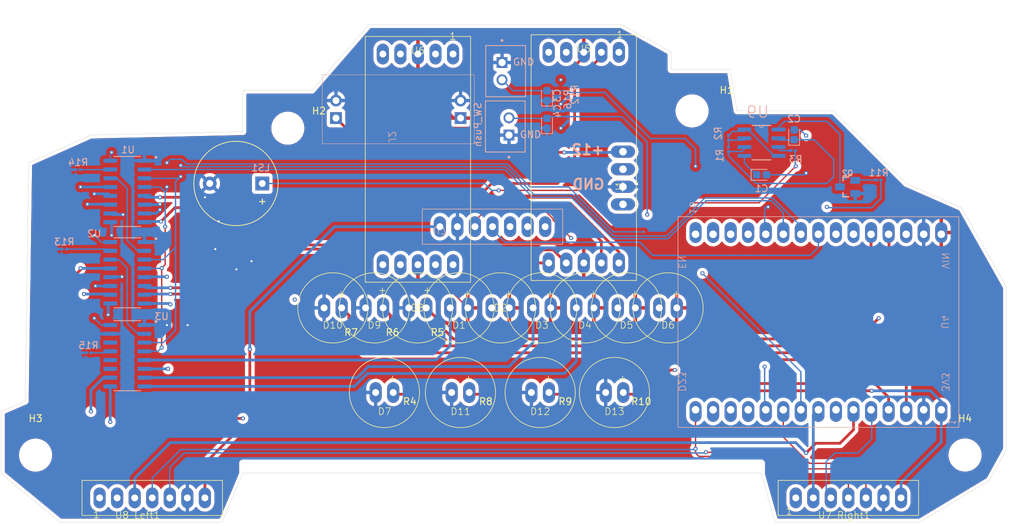
<source format=kicad_pcb>
(kicad_pcb (version 20240108) (generator "pcbnew") (generator_version "8.0")
  (layers (0 "F.Cu" signal) (1 "In1.Cu" signal) (2 "In2.Cu" signal) (31 "B.Cu" signal) (34 "B.Paste" user) (35 "F.Paste" user) (36 "B.SilkS" user "B.Silkscreen") (37 "F.SilkS" user "F.Silkscreen") (38 "B.Mask" user) (39 "F.Mask" user) (44 "Edge.Cuts" user))
  (net 0 "")
  (net 1 "GND")
  (net 2 "Net-(D1-K)")
  (net 3 "Net-(D2-K)")
  (net 4 "Net-(D3-K)")
  (net 5 "Net-(D4-K)")
  (net 6 "Net-(D5-K)")
  (net 7 "Net-(D6-K)")
  (net 8 "Net-(D7-A)")
  (net 9 "Net-(D8-A)")
  (net 10 "Net-(D9-A)")
  (net 11 "Net-(D10-A)")
  (net 12 "Net-(D11-A)")
  (net 13 "Net-(D12-A)")
  (net 14 "Net-(D13-A)")
  (net 15 "+12V")
  (net 16 "Net-(U1-R-EXT)")
  (net 17 "Net-(U2-R-EXT)")
  (net 18 "+3.3V")
  (net 19 "Net-(U1-~{OUT1})")
  (net 20 "Net-(U1-SDO)")
  (net 21 "+5V")
  (net 22 "Net-(U1-~{OUT2})")
  (net 23 "Net-(U9-CV)")
  (net 24 "Net-(U1-~{OUT6})")
  (net 25 "Net-(U1-~{OUT3})")
  (net 26 "Net-(U1-~{OUT4})")
  (net 27 "Net-(Q1-C)")
  (net 28 "Net-(U9-THR)")
  (net 29 "Net-(U1-~{OUT5})")
  (net 30 "Net-(U1-~{OUT0})")
  (net 31 "Net-(LS1-Pad1)")
  (net 32 "Net-(U2-~{OUT0})")
  (net 33 "Net-(U2-~{OUT2})")
  (net 34 "Net-(U2-~{OUT5})")
  (net 35 "Net-(U2-~{OUT7})")
  (net 36 "Net-(U2-SDO)")
  (net 37 "Net-(U1-~{OUT7})")
  (net 38 "Net-(U2-~{OUT3})")
  (net 39 "Net-(U2-~{OUT4})")
  (net 40 "Net-(U2-~{OUT1})")
  (net 41 "Net-(U9-GND)")
  (net 44 "Net-(U9-DIS)")
  (net 46 "Net-(U9-Q)")
  (net 47 "unconnected-(U4-EN-Pad16)")
  (net 48 "/Button")
  (net 52 "Net-(U2-~{OUT6})")
  (net 56 "Net-(J1-Pin_3)")
  (net 57 "Net-(J1-Pin_1)")
  (net 58 "/D8LED")
  (net 59 "/D9LED")
  (net 60 "/D10LED")
  (net 61 "/D11LED")
  (net 62 "/D12LED")
  (net 63 "/D13LED")
  (net 64 "/555BJT")
  (net 65 "Net-(U3-~{OE}(ED2))")
  (net 66 "/OEInvert")
  (net 67 "/LE")
  (net 68 "/CLK")
  (net 69 "/SDLU1")
  (net 71 "/SDA")
  (net 72 "/SCL")
  (net 73 "/Button1")
  (net 74 "/U7RightES")
  (net 75 "/CANTX")
  (net 76 "/ESU8Left")
  (net 77 "/CANRX")
  (net 78 "/DCU7Right")
  (net 79 "/DCU8Left")
  (net 80 "Net-(Q2-PadB)")
  (footprint "bajaRedoSaves:LED 5mm Vertical" (layer "F.Cu") (at 163.52 111.5)
    (property "Reference" "D4")
    (property "Value" "LED")
  )
  (footprint "MountingHole:MountingHole_4.3mm_M4" (layer "F.Cu") (at 120.5 85.5)
    (property "Reference" "H2")
    (property "Value" "MountingHole")
  )
  (footprint "bajaRedoSaves:LED 5mm Vertical" (layer "F.Cu") (at 151.27 111.5)
    (property "Reference" "D2")
    (property "Value" "LED")
  )
  (footprint "Resistor_SMD:R_0201_0603Metric" (layer "F.Cu") (at 171.655 124 180)
    (property "Reference" "R10")
    (property "Value" "300")
  )
  (footprint "bajaRedoSaves:LED 5mm Vertical" (layer "F.Cu") (at 145.27 111.5)
    (property "Reference" "D1")
    (property "Value" "LED")
  )
  (footprint "Resistor_SMD:R_0201_0603Metric" (layer "F.Cu") (at 142.155 114 180)
    (property "Reference" "R5")
    (property "Value" "300")
  )
  (footprint "bajaRedoSaves:LED 5mm Vertical" (layer "F.Cu") (at 175.52 111.5)
    (property "Reference" "D6")
    (property "Value" "LED")
  )
  (footprint "MountingHole:MountingHole_4.3mm_M4" (layer "F.Cu") (at 179 83)
    (property "Reference" "H1")
    (property "Value" "MountingHole")
  )
  (footprint "bajaRedoSaves:LED 5mm Vertical" (layer "F.Cu") (at 167.77 123.75)
    (property "Reference" "D13")
    (property "Value" "LED")
  )
  (footprint "bajaRedoSaves:LED 5mm Vertical" (layer "F.Cu") (at 133.02 111.5)
    (property "Reference" "D9")
    (property "Value" "LED")
  )
  (footprint "bajaRedoSaves:baja 7 segment" (layer "F.Cu") (at 163.33 74.52)
    (property "Reference" "U5")
    (property "Value" "~")
  )
  (footprint "bajaRedoSaves:LED 5mm Vertical" (layer "F.Cu") (at 157.27 111.5)
    (property "Reference" "D3")
    (property "Value" "LED")
  )
  (footprint "MountingHole:MountingHole_4.3mm_M4" (layer "F.Cu") (at 83.9972 132.8125)
    (property "Reference" "H3")
    (property "Value" "MountingHole")
  )
  (footprint "bajaRedoSaves:LED 5mm Vertical" (layer "F.Cu") (at 157.02 123.75)
    (property "Reference" "D12")
    (property "Value" "LED")
  )
  (footprint "bajaRedoSaves:LED 5mm Vertical" (layer "F.Cu") (at 145.48 123.75)
    (property "Reference" "D11")
    (property "Value" "LED")
  )
  (footprint "Resistor_SMD:R_0201_0603Metric" (layer "F.Cu") (at 138.155 124 180)
    (property "Reference" "R4")
    (property "Value" "300")
  )
  (footprint "bajaRedoSaves:LED 5mm Vertical" (layer "F.Cu") (at 139.27 111.5)
    (property "Reference" "D8")
    (property "Value" "LED")
  )
  (footprint "bajaRedoSaves:LED 5mm Vertical" (layer "F.Cu") (at 134.48 123.75)
    (property "Reference" "D7")
    (property "Value" "LED")
  )
  (footprint "bajaRedoSaves:baja 7 segment" (layer "F.Cu") (at 139.33 74.77)
    (property "Reference" "U6")
    (property "Value" "~")
  )
  (footprint "Resistor_SMD:R_0201_0603Metric" (layer "F.Cu") (at 135.655 114 180)
    (property "Reference" "R6")
    (property "Value" "300")
  )
  (footprint "bajaRedoSaves:1x7 Connectors" (layer "F.Cu") (at 93.26 139)
    (property "Reference" "U8_Left1")
    (property "Value" "~")
  )
  (footprint "Custom Connectors:1x4 connector" (layer "F.Cu") (at 169 93.98 90)
    (property "Reference" "J1")
    (property "Value" "Conn_01x04_Pin")
  )
  (footprint "Resistor_SMD:R_0201_0603Metric" (layer "F.Cu") (at 160.655 124 180)
    (property "Reference" "R9")
    (property "Value" "300")
  )
  (footprint "MountingHole:MountingHole_4.3mm_M4" (layer "F.Cu") (at 218.5 132.7977)
    (property "Reference" "H4")
    (property "Value" "MountingHole")
  )
  (footprint "bajaRedoSaves:LED 5mm Vertical" (layer "F.Cu") (at 127.02 111.5)
    (property "Reference" "D10")
    (property "Value" "LED")
  )
  (footprint "bajaRedoSaves:1x7 Connectors" (layer "F.Cu") (at 194 139)
    (property "Reference" "U7_Right1")
    (property "Value" "~")
  )
  (footprint "Resistor_SMD:R_0201_0603Metric" (layer "F.Cu") (at 129.655 114 180)
    (property "Reference" "R7")
    (property "Value" "300")
  )
  (footprint "bajaRedoSaves:LED 5mm Vertical" (layer "F.Cu") (at 169.52 111.5)
    (property "Reference" "D5")
    (property "Value" "LED")
  )
  (footprint "Resistor_SMD:R_0201_0603Metric" (layer "F.Cu") (at 149.155 124 180)
    (property "Reference" "R8")
    (property "Value" "300")
  )
  (footprint "Buzzer_Beeper:Buzzer_12x9.5RM7.6" (layer "F.Cu") (at 116.8 93.5 180)
    (property "Reference" "LS1")
    (property "Value" "Speaker")
  )
  (footprint "Resistor_SMD:R_0201_0603Metric" (layer "B.Cu") (at 193.6112 88.745)
    (property "Reference" "R3")
    (property "Value" "R" (hide yes))
  )
  (footprint "bajaRedoSaves:MMBT2222" (layer "B.Cu") (at 201.5 94 -90)
    (property "Reference" "Q2")
    (property "Value" "MMBT2222_")
  )
  (footprint "Resistor_SMD:R_0201_0603Metric" (layer "B.Cu") (at 88.155 103 180)
    (property "Reference" "R13")
    (property "Value" "750")
  )
  (footprint "bajaRedoSaves:JST2pin" (layer "B.Cu") (at 151.975 85.25 -90)
    (property "Reference" "SW2" (hide yes))
    (property "Value" "SW_Push")
  )
  (footprint "bajaRedoSaves:TLC5917ID" (layer "B.Cu") (at 97.275 106.425 180)
    (property "Reference" "U2")
    (property "Value" "TLC5917" (hide yes))
  )
  (footprint "ESP 32:ESP 32 BAJA" (layer "B.Cu") (at 215.06 113.55 90)
    (property "Reference" "U4")
    (property "Value" "~")
  )
  (footprint "Resistor_SMD:R_0201_0603Metric" (layer "B.Cu") (at 161 80.655 90)
    (property "Reference" "R12")
    (property "Value" "1000")
  )
  (footprint "Capacitor_Tantalum_SMD:CP_EIA-1608-08_AVX-J" (layer "B.Cu") (at 193.7662 86.4575 90)
    (property "Reference" "C2")
    (property "Value" "C" (hide yes))
  )
  (footprint "Capacitor_Tantalum_SMD:CP_EIA-1608-08_AVX-J" (layer "B.Cu") (at 158 80.7875 90)
    (property "Reference" "C3")
    (property "Value" "10uF")
  )
  (footprint "bajaRedoSaves:PowerBoard" (layer "B.Cu") (at 150.466 82.765 90)
    (property "Reference" "J2")
    (property "Value" "Conn_01x04_Pin" (hide yes))
  )
  (footprint "Resistor_SMD:R_0201_0603Metric" (layer "B.Cu") (at 91.655 118 180)
    (property "Reference" "R15")
    (property "Value" "1000")
  )
  (footprint "bajaRedoSaves:1x7 Connectors" (layer "B.Cu") (at 142.5 99.75)
    (property "Reference" "U7")
    (property "Value" "~")
  )
  (footprint "bajaRedoSaves:TLC5917ID" (layer "B.Cu") (at 97.275 118.425 180)
    (property "Reference" "U3")
    (property "Value" "TLC5917")
  )
  (footprint "Capacitor_Tantalum_SMD:CP_EIA-1608-08_AVX-J" (layer "B.Cu") (at 158 84.7875 90)
    (property "Reference" "C4")
    (property "Value" "10uF")
  )
  (footprint "Resistor_SMD:R_0201_0603Metric" (layer "B.Cu") (at 161 84.155 90)
    (property "Reference" "R16")
    (property "Value" "1000")
  )
  (footprint "Capacitor_Tantalum_SMD:CP_EIA-1608-08_AVX-J" (layer "B.Cu") (at 189.0537 92.245)
    (property "Reference" "C1")
    (property "Value" "C" (hide yes))
  )
  (footprint "bajaRedoSaves:TLC555" (layer "B.Cu") (at 189.0362 87.595 180)
    (property "Reference" "U9")
    (property "Value" "TLC555xPS")
  )
  (footprint "bajaRedoSaves:JST2pin" (layer "B.Cu") (at 152.025 77.25 90)
    (property "Reference" "SW1" (hide yes))
    (property "Value" "SW_Push")
  )
  (footprint "Resistor_SMD:R_0201_0603Metric" (layer "B.Cu") (at 184.2662 86.9 -90)
    (property "Reference" "R2")
    (property "Value" "R" (hide yes))
  )
  (footprint "Resistor_SMD:R_0201_0603Metric" (layer "B.Cu") (at 206 93 180)
    (property "Reference" "R11")
    (property "Value" "300")
  )
  (footprint "Resistor_SMD:R_0201_0603Metric" (layer "B.Cu") (at 184.2662 88.555 -90)
    (property "Reference" "R1")
    (property "Value" "R" (hide yes))
  )
  (footprint "bajaRedoSaves:TLC5917ID" (layer "B.Cu") (at 97.275 94.655 180)
    (property "Reference" "U1")
    (property "Value" "TLC5917" (hide yes))
  )
  (footprint "Resistor_SMD:R_0201_0603Metric" (layer "B.Cu") (at 90.155 91.5 180)
    (property "Reference" "R14")
    (property "Value" "750")
  )
  (gr_line (start 185.5 83) (end 184.5 77) (stroke (width 0.05)) (layer "Edge.Cuts"))
  (gr_line (start 114 80) (end 114 86) (stroke (width 0.05)) (layer "Edge.Cuts"))
  (gr_line (start 82.5 125) (end 79 126.5) (stroke (width 0.05)) (layer "Edge.Cuts"))
  (gr_line (start 111 142.5) (end 114 135.4) (stroke (width 0.05)) (layer "Edge.Cuts"))
  (gr_line (start 222 136.5) (end 224.5 132) (stroke (width 0.05)) (layer "Edge.Cuts"))
  (gr_line (start 111 142.5) (end 87.5 142.5) (stroke (width 0.05)) (layer "Edge.Cuts"))
  (gr_line (start 212 142.5) (end 222 136.5) (stroke (width 0.05)) (layer "Edge.Cuts"))
  (gr_line (start 114 135.4) (end 189 135.4) (stroke (width 0.05)) (layer "Edge.Cuts"))
  (gr_line (start 168.75 70.5) (end 176 74.5) (stroke (width 0.05)) (layer "Edge.Cuts"))
  (gr_line (start 210 93.5) (end 218 97) (stroke (width 0.05)) (layer "Edge.Cuts"))
  (gr_line (start 124 80) (end 132.25 70.5) (stroke (width 0.05)) (layer "Edge.Cuts"))
  (gr_line (start 199.5 83) (end 210 93.5) (stroke (width 0.05)) (layer "Edge.Cuts"))
  (gr_line (start 114 86) (end 92 86.5) (stroke (width 0.05)) (layer "Edge.Cuts"))
  (gr_line (start 176 74.5) (end 176 77) (stroke (width 0.05)) (layer "Edge.Cuts"))
  (gr_line (start 92 86.5) (end 83 90.5) (stroke (width 0.05)) (layer "Edge.Cuts"))
  (gr_line (start 184.5 77) (end 176 77) (stroke (width 0.05)) (layer "Edge.Cuts"))
  (gr_line (start 224.5 132) (end 224.5 108.5) (stroke (width 0.05)) (layer "Edge.Cuts"))
  (gr_line (start 83 90.5) (end 82.5 125) (stroke (width 0.05)) (layer "Edge.Cuts"))
  (gr_line (start 79 135.5) (end 87.5 142.5) (stroke (width 0.05)) (layer "Edge.Cuts"))
  (gr_line (start 124 80) (end 114 80) (stroke (width 0.05)) (layer "Edge.Cuts"))
  (gr_line (start 189 135.4) (end 191 142.5) (stroke (width 0.05)) (layer "Edge.Cuts"))
  (gr_line (start 185.5 83) (end 199.5 83) (stroke (width 0.05)) (layer "Edge.Cuts"))
  (gr_line (start 79 126.5) (end 79 135.5) (stroke (width 0.05)) (layer "Edge.Cuts"))
  (gr_line (start 168.75 70.5) (end 132.25 70.5) (stroke (width 0.05)) (layer "Edge.Cuts"))
  (gr_line (start 218 97) (end 224.5 108.5) (stroke (width 0.05)) (layer "Edge.Cuts"))
  (gr_line (start 212 142.5) (end 191 142.5) (stroke (width 0.05)) (layer "Edge.Cuts"))
  (gr_text "+12" (at 166.5 89.5 0) (layer "B.SilkS") (effects (font (size 1.5 1.5) (thickness 0.3) (bold yes)) (justify left bottom mirror)))
  (gr_text "GND" (at 154 87 0) (layer "B.SilkS") (effects (font (size 1 1)) (justify left bottom)))
  (gr_text "GND" (at 166.5 94.5 0) (layer "B.SilkS") (effects (font (size 1.5 1.5) (thickness 0.3) (bold yes)) (justify left bottom mirror)))
  (gr_text "GND" (at 153 76.5 0) (layer "B.SilkS") (effects (font (size 1 1)) (justify left bottom)))
  (segment (start 188 106) (end 188 106.5) (width 0.2) (layer "F.Cu") (net 0))
  (via (at 106 114) (size 0.6) (drill 0.3) (layers "F.Cu" "B.Cu") (net 1))
  (via (at 103 114) (size 0.6) (drill 0.3) (layers "F.Cu" "B.Cu") (net 1))
  (segment (start 212.5 131.5) (end 212.5 126.27) (width 0.4) (layer "B.Cu") (net 1))
  (segment (start 206.7 139) (end 206.7 137.3) (width 0.4) (layer "B.Cu") (net 1))
  (segment (start 102.98 113.98) (end 103 114) (width 0.2) (layer "B.Cu") (net 1))
  (segment (start 87.48 91.48) (end 87.5 91.5) (width 0.2) (layer "B.Cu") (net 1))
  (segment (start 212.5 126.27) (end 212.52 126.25) (width 0.4) (layer "B.Cu") (net 1))
  (segment (start 99.75 113.98) (end 102.98 113.98) (width 0.2) (layer "B.Cu") (net 1))
  (segment (start 206.7 137.3) (end 212.5 131.5) (width 0.4) (layer "B.Cu") (net 1))
  (segment (start 99.75 119.06) (end 141.94 119.06) (width 0.4) (layer "B.Cu") (net 2))
  (segment (start 144 117) (end 144 111.5) (width 0.4) (layer "B.Cu") (net 2))
  (segment (start 141.94 119.06) (end 144 117) (width 0.4) (layer "B.Cu") (net 2))
  (via (at 103.17 120.33) (size 0.6) (drill 0.3) (layers "F.Cu" "B.Cu") (net 3))
  (segment (start 103.17 120.33) (end 99.75 120.33) (width 0.4) (layer "B.Cu") (net 3))
  (segment (start 99.75 121.6) (end 130.551472 121.6) (width 0.4) (layer "B.Cu") (net 4))
  (segment (start 156 116.5) (end 156 111.5) (width 0.4) (layer "B.Cu") (net 4))
  (segment (start 152.5 120) (end 156 116.5) (width 0.4) (layer "B.Cu") (net 4))
  (segment (start 130.551472 121.6) (end 132.151472 120) (width 0.4) (layer "B.Cu") (net 4))
  (segment (start 132.151472 120) (end 152.5 120) (width 0.4) (layer "B.Cu") (net 4))
  (segment (start 99.75 122.87) (end 130.13 122.87) (width 0.4) (layer "B.Cu") (net 5))
  (segment (start 160.5 121) (end 162.25 119.25) (width 0.4) (layer "B.Cu") (net 5))
  (segment (start 132 121) (end 160.5 121) (width 0.4) (layer "B.Cu") (net 5))
  (segment (start 162.25 119.25) (end 162.25 111.5) (width 0.4) (layer "B.Cu") (net 5))
  (segment (start 130.13 122.87) (end 132 121) (width 0.4) (layer "B.Cu") (net 5))
  (via (at 94.8 128) (size 0.6) (drill 0.3) (layers "F.Cu" "B.Cu") (net 6))
  (segment (start 94.8 128) (end 94.8 122.87) (width 0.4) (layer "B.Cu") (net 6))
  (via (at 92 126.5) (size 0.6) (drill 0.3) (layers "F.Cu" "B.Cu") (net 7))
  (segment (start 93.815001 121.6) (end 94.8 121.6) (width 0.4) (layer "B.Cu") (net 7))
  (segment (start 92 126.5) (end 92 123.415001) (width 0.4) (layer "B.Cu") (net 7))
  (segment (start 92 123.415001) (end 93.815001 121.6) (width 0.4) (layer "B.Cu") (net 7))
  (segment (start 136 124) (end 135.75 123.75) (width 0.2) (layer "F.Cu") (net 8))
  (segment (start 137.835 124) (end 136 124) (width 0.4) (layer "F.Cu") (net 8))
  (segment (start 141.835 114) (end 141.835 112.795) (width 0.4) (layer "F.Cu") (net 9))
  (segment (start 140.525 111.515) (end 140.54 111.5) (width 0.2) (layer "F.Cu") (net 9))
  (segment (start 141.835 112.795) (end 140.54 111.5) (width 0.4) (layer "F.Cu") (net 9))
  (segment (start 135.335 112.545) (end 134.29 111.5) (width 0.4) (layer "F.Cu") (net 10))
  (segment (start 135.335 114) (end 135.335 112.545) (width 0.4) (layer "F.Cu") (net 10))
  (segment (start 129.335 112.545) (end 128.29 111.5) (width 0.4) (layer "F.Cu") (net 11))
  (segment (start 129.335 114) (end 129.335 112.545) (width 0.4) (layer "F.Cu") (net 11))
  (segment (start 148.835 124) (end 147 124) (width 0.4) (layer "F.Cu") (net 12))
  (segment (start 147 124) (end 146.75 123.75) (width 0.2) (layer "F.Cu") (net 12))
  (segment (start 158.54 124) (end 158.29 123.75) (width 0.2) (layer "F.Cu") (net 13))
  (segment (start 160.335 124) (end 158.54 124) (width 0.4) (layer "F.Cu") (net 13))
  (segment (start 169.335 124.045) (end 169.04 123.75) (width 0.2) (layer "F.Cu") (net 14))
  (segment (start 171.335 124) (end 169.29 124) (width 0.4) (layer "F.Cu") (net 14))
  (segment (start 169.29 124) (end 169.04 123.75) (width 0.4) (layer "F.Cu") (net 14))
  (segment (start 129 85.5) (end 148.5 85.5) (width 0.4) (layer "F.Cu") (net 15))
  (segment (start 128.926 85.5) (end 129 85.5) (width 0.4) (layer "F.Cu") (net 15))
  (segment (start 148.5 85.5) (end 152 89) (width 0.4) (layer "F.Cu") (net 15))
  (segment (start 152 89) (end 160.5 89) (width 0.4) (layer "F.Cu") (net 15))
  (segment (start 127.466 84.04) (end 128.926 85.5) (width 0.4) (layer "F.Cu") (net 15))
  (via (at 160.5 89) (size 0.6) (drill 0.3) (layers "F.Cu" "B.Cu") (net 15))
  (segment (start 168.9 89) (end 169 88.9) (width 0.4) (layer "B.Cu") (net 15))
  (segment (start 160.5 89) (end 168.9 89) (width 0.4) (layer "B.Cu") (net 15))
  (segment (start 90.475 91.5) (end 94.78 91.5) (width 0.2) (layer "B.Cu") (net 16))
  (segment (start 94.78 91.5) (end 94.8 91.48) (width 0.2) (layer "B.Cu") (net 16))
  (segment (start 88.475 103) (end 94.55 103) (width 0.2) (layer "B.Cu") (net 17))
  (segment (start 94.55 103) (end 94.8 103.25) (width 0.2) (layer "B.Cu") (net 17))
  (segment (start 204 123.5) (end 205 123.5) (width 0.4) (layer "F.Cu") (net 18))
  (segment (start 138.475 125.025) (end 138.475 124) (width 0.4) (layer "F.Cu") (net 18))
  (segment (start 113 129.5) (end 118.5 129.5) (width 0.4) (layer "F.Cu") (net 18))
  (segment (start 115 117.5) (end 115 126) (width 0.4) (layer "F.Cu") (net 18))
  (segment (start 115 126) (end 118.5 129.5) (width 0.4) (layer "F.Cu") (net 18))
  (segment (start 134 129.5) (end 138.475 125.025) (width 0.4) (layer "F.Cu") (net 18))
  (segment (start 108.5 134) (end 113 129.5) (width 0.4) (layer "F.Cu") (net 18))
  (segment (start 108.5 139) (end 108.5 134) (width 0.4) (layer "F.Cu") (net 18))
  (segment (start 173 129.5) (end 179 123.5) (width 0.4) (layer "F.Cu") (net 18))
  (segment (start 118.5 129.5) (end 134 129.5) (width 0.4) (layer "F.Cu") (net 18))
  (segment (start 179 123.5) (end 204 123.5) (width 0.4) (layer "F.Cu") (net 18))
  (segment (start 134 129.5) (end 173 129.5) (width 0.4) (layer "F.Cu") (net 18))
  (via (at 115 117.5) (size 0.6) (drill 0.3) (layers "F.Cu" "B.Cu") (net 18))
  (via (at 205 123.5) (size 0.6) (drill 0.3) (layers "F.Cu" "B.Cu") (net 18))
  (segment (start 142.5 99.75) (end 127.25 99.75) (width 0.4) (layer "B.Cu") (net 18))
  (segment (start 205 123.5) (end 213.5 123.5) (width 0.4) (layer "B.Cu") (net 18))
  (segment (start 213.5 123.5) (end 215.06 125.06) (width 0.4) (layer "B.Cu") (net 18))
  (segment (start 115 116) (end 115 117.5) (width 0.4) (layer "B.Cu") (net 18))
  (segment (start 215.06 130.94) (end 215.06 126.25) (width 0.4) (layer "B.Cu") (net 18))
  (segment (start 209.24 139) (end 209.24 136.76) (width 0.4) (layer "B.Cu") (net 18))
  (segment (start 209.24 136.76) (end 215.06 130.94) (width 0.4) (layer "B.Cu") (net 18))
  (segment (start 115 112) (end 115 116) (width 0.4) (layer "B.Cu") (net 18))
  (segment (start 127.25 99.75) (end 115 112) (width 0.4) (layer "B.Cu") (net 18))
  (segment (start 215.06 125.06) (end 215.06 126.25) (width 0.4) (layer "B.Cu") (net 18))
  (segment (start 159.5 93.5) (end 150 93.5) (width 0.4) (layer "F.Cu") (net 19))
  (segment (start 162 79.015) (end 162 91) (width 0.4) (layer "F.Cu") (net 19))
  (segment (start 148 95.5) (end 145.5 95.5) (width 0.4) (layer "F.Cu") (net 19))
  (segment (start 150 93.5) (end 148 95.5) (width 0.4) (layer "F.Cu") (net 19))
  (segment (start 145.5 95.5) (end 108.5 95.5) (width 0.4) (layer "F.Cu") (net 19))
  (segment (start 162 91) (end 159.5 93.5) (width 0.4) (layer "F.Cu") (net 19))
  (segment (start 165.87 75.145) (end 162 79.015) (width 0.4) (layer "F.Cu") (net 19))
  (segment (start 165.87 74.52) (end 165.87 75.145) (width 0.4) (layer "F.Cu") (net 19))
  (via blind (at 108.5 95.5) (size 0.6) (drill 0.3) (layers "F.Cu" "In2.Cu") (net 19))
  (via blind (at 102 96.5) (size 0.6) (drill 0.3) (layers "In2.Cu" "B.Cu") (net 19))
  (segment (start 99.75 96.56) (end 101.94 96.56) (width 0.4) (layer "B.Cu") (net 19))
  (segment (start 99.81 96.5) (end 99.75 96.56) (width 0.4) (layer "B.Cu") (net 19))
  (segment (start 101.94 96.56) (end 102 96.5) (width 0.4) (layer "B.Cu") (net 19))
  (segment (start 95.784999 92.75) (end 97.25 94.215001) (width 0.2) (layer "B.Cu") (net 20))
  (segment (start 98.765001 103.25) (end 99.75 103.25) (width 0.2) (layer "B.Cu") (net 20))
  (segment (start 97.25 101.734999) (end 98.765001 103.25) (width 0.2) (layer "B.Cu") (net 20))
  (segment (start 94.8 92.75) (end 95.784999 92.75) (width 0.2) (layer "B.Cu") (net 20))
  (segment (start 97.25 94.215001) (end 97.25 101.734999) (width 0.2) (layer "B.Cu") (net 20))
  (segment (start 163.33 75.17) (end 160 78.5) (width 0.4) (layer "F.Cu") (net 21))
  (segment (start 145.5 84.04) (end 144.54 84.04) (width 0.4) (layer "F.Cu") (net 21))
  (segment (start 139.33 107.83) (end 140 108.5) (width 0.2) (layer "F.Cu") (net 21))
  (segment (start 143.54 108.5) (end 146.54 111.5) (width 0.2) (layer "F.Cu") (net 21))
  (segment (start 163.33 105) (end 163.33 107.83) (width 0.2) (layer "F.Cu") (net 21))
  (segment (start 163.33 107.83) (end 164.79 109.29) (width 0.2) (layer "F.Cu") (net 21))
  (segment (start 140 108.5) (end 143.54 108.5) (width 0.2) (layer "F.Cu") (net 21))
  (segment (start 163.33 74.52) (end 163.33 75.17) (width 0.4) (layer "F.Cu") (net 21))
  (segment (start 164.79 109.29) (end 164.79 111.5) (width 0.2) (layer "F.Cu") (net 21))
  (segment (start 139.33 78.83) (end 139.33 74.77) (width 0.4) (layer "F.Cu") (net 21))
  (segment (start 144.54 84.04) (end 139.33 78.83) (width 0.4) (layer "F.Cu") (net 21))
  (segment (start 139.33 105.25) (end 139.33 107.83) (width 0.2) (layer "F.Cu") (net 21))
  (via (at 95 89) (size 0.6) (drill 0.3) (layers "F.Cu" "B.Cu") (net 21))
  (via (at 92.5 113) (size 0.6) (drill 0.3) (layers "F.Cu" "B.Cu") (net 21))
  (via (at 160 78.5) (size 0.6) (drill 0.3) (layers "F.Cu" "B.Cu") (net 21))
  (via (at 160 82) (size 0.6) (drill 0.3) (layers "F.Cu" "B.Cu") (net 21))
  (via (at 92.5 101) (size 0.6) (drill 0.3) (layers "F.Cu" "B.Cu") (net 21))
  (via (at 160 85.5) (size 0.6) (drill 0.3) (layers "F.Cu" "B.Cu") (net 21))
  (segment (start 190.9 89.5) (end 191.5 89.5) (width 0.2) (layer "B.Cu") (net 21))
  (segment (start 161 84.5) (end 160 85.5) (width 0.4) (layer "B.Cu") (net 21))
  (segment (start 161 84.475) (end 161 84.5) (width 0.4) (layer "B.Cu") (net 21))
  (segment (start 186.5724 85.69) (end 187.09 85.69) (width 0.2) (layer "B.Cu") (net 21))
  (segment (start 184.8862 85.96) (end 184.2662 86.58) (width 0.2) (layer "B.Cu") (net 21))
  (segment (start 161 81) (end 160 82) (width 0.4) (layer "B.Cu") (net 21))
  (segment (start 93.48 113.98) (end 92.5 113) (width 0.2) (layer "B.Cu") (net 21))
  (segment (start 94.8 101.98) (end 93.48 101.98) (width 0.2) (layer "B.Cu") (net 21))
  (segment (start 94.8 113.98) (end 93.48 113.98) (width 0.2) (layer "B.Cu") (net 21))
  (segment (start 186.5724 85.96) (end 184.8862 85.96) (width 0.2) (layer "B.Cu") (net 21))
  (segment (start 161 80.975) (end 161 81) (width 0.4) (layer "B.Cu") (net 21))
  (segment (start 94.8 89.2) (end 94.8 90.21) (width 0.2) (layer "B.Cu") (net 21))
  (segment (start 187.09 85.69) (end 190.9 89.5) (width 0.2) (layer "B.Cu") (net 21))
  (segment (start 93.48 101.98) (end 92.5 101) (width 0.2) (layer "B.Cu") (net 21))
  (segment (start 95 89) (end 94.8 89.2) (width 0.2) (layer "B.Cu") (net 21))
  (via blind (at 102 97.3) (size 0.6) (drill 0.3) (layers "In2.Cu" "B.Cu") (net 22))
  (segment (start 99.75 97.83) (end 101.47 97.83) (width 0.4) (layer "B.Cu") (net 22))
  (segment (start 101.47 97.83) (end 102 97.3) (width 0.4) (layer "B.Cu") (net 22))
  (segment (start 188.2662 92.245) (end 186.5724 90.5512) (width 0.2) (layer "B.Cu") (net 23))
  (segment (start 186.5724 90.5512) (end 186.5724 89.77) (width 0.2) (layer "B.Cu") (net 23))
  (segment (start 188.3412 92.245) (end 188.2662 92.245) (width 0.2) (layer "B.Cu") (net 23))
  (via blind (at 91.5 96.5) (size 0.6) (drill 0.3) (layers "In1.Cu" "B.Cu") (net 24))
  (segment (start 94.74 96.5) (end 94.8 96.56) (width 0.4) (layer "B.Cu") (net 24))
  (segment (start 91.5 96.5) (end 94.74 96.5) (width 0.4) (layer "B.Cu") (net 24))
  (segment (start 161 97) (end 104.15 97) (width 0.4) (layer "F.Cu") (net 25))
  (segment (start 165.87 101.87) (end 161 97) (width 0.4) (layer "F.Cu") (net 25))
  (segment (start 165.87 105) (end 165.87 101.87) (width 0.4) (layer "F.Cu") (net 25))
  (segment (start 104.15 97) (end 102.15 99) (width 0.4) (layer "F.Cu") (net 25))
  (via (at 102.15 99) (size 0.6) (drill 0.3) (layers "F.Cu" "B.Cu") (net 25))
  (segment (start 102.15 99) (end 99.85 99) (width 0.4) (layer "B.Cu") (net 25))
  (segment (start 99.85 99) (end 99.75 99.1) (width 0.4) (layer "B.Cu") (net 25))
  (segment (start 148 105) (end 146 103) (width 0.4) (layer "F.Cu") (net 26))
  (segment (start 146 103) (end 110 103) (width 0.4) (layer "F.Cu") (net 26))
  (segment (start 158.25 105) (end 148 105) (width 0.4) (layer "F.Cu") (net 26))
  (via blind (at 110 103) (size 0.6) (drill 0.3) (layers "F.Cu" "In2.Cu") (net 26))
  (via blind (at 95 101) (size 0.6) (drill 0.3) (layers "In2.Cu" "B.Cu") (net 26))
  (segment (start 95 101) (end 95 99.3) (width 0.4) (layer "B.Cu") (net 26))
  (segment (start 95 99.3) (end 94.8 99.1) (width 0.4) (layer "B.Cu") (net 26))
  (via (at 195.5 86.57) (size 0.6) (drill 0.3) (layers "F.Cu" "B.Cu") (net 27))
  (via blind (at 195.5 92) (size 0.6) (drill 0.3) (layers "In1.Cu" "B.Cu") (net 27))
  (segment (start 195.5 86.57) (end 194.675 85.745) (width 0.2) (layer "B.Cu") (net 27))
  (segment (start 194.675 85.745) (end 193.7662 85.745) (width 0.2) (layer "B.Cu") (net 27))
  (segment (start 189.7662 92.245) (end 195.255 92.245) (width 0.2) (layer "B.Cu") (net 27))
  (segment (start 195.255 92.245) (end 195.5 92) (width 0.2) (layer "B.Cu") (net 27))
  (segment (start 193.7062 87.23) (end 193.7662 87.17) (width 0.2) (layer "B.Cu") (net 28))
  (segment (start 184.2662 88.875) (end 184.2662 89.517244) (width 0.2) (layer "B.Cu") (net 28))
  (segment (start 199.5 90) (end 196.67 87.17) (width 0.2) (layer "B.Cu") (net 28))
  (segment (start 188.248956 93.5) (end 198.5 93.5) (width 0.2) (layer "B.Cu") (net 28))
  (segment (start 184.2662 89.517244) (end 188.248956 93.5) (width 0.2) (layer "B.Cu") (net 28))
  (segment (start 199.5 92.5) (end 199.5 90) (width 0.2) (layer "B.Cu") (net 28))
  (segment (start 198.5 93.5) (end 199.5 92.5) (width 0.2) (layer "B.Cu") (net 28))
  (segment (start 191.5 87.23) (end 193.7062 87.23) (width 0.2) (layer "B.Cu") (net 28))
  (segment (start 186.5724 88.5) (end 186.1974 88.875) (width 0.2) (layer "B.Cu") (net 28))
  (segment (start 186.1974 88.875) (end 184.2662 88.875) (width 0.2) (layer "B.Cu") (net 28))
  (segment (start 196.67 87.17) (end 193.7662 87.17) (width 0.2) (layer "B.Cu") (net 28))
  (via blind (at 96.65 98) (size 0.6) (drill 0.3) (layers "In2.Cu" "B.Cu") (net 29))
  (segment (start 96.65 98) (end 94.97 98) (width 0.4) (layer "B.Cu") (net 29))
  (segment (start 94.97 98) (end 94.8 97.83) (width 0.4) (layer "B.Cu") (net 29))
  (segment (start 161.4 96.4) (end 106.9 96.4) (width 0.4) (layer "F.Cu") (net 30))
  (segment (start 106.9 96.4) (end 106 95.5) (width 0.4) (layer "F.Cu") (net 30))
  (segment (start 106 95.5) (end 102 95.5) (width 0.4) (layer "F.Cu") (net 30))
  (segment (start 168.41 105) (end 168.41 103.41) (width 0.4) (layer "F.Cu") (net 30))
  (segment (start 168.41 103.41) (end 161.4 96.4) (width 0.4) (layer "F.Cu") (net 30))
  (via (at 102 95.5) (size 0.6) (drill 0.3) (layers "F.Cu" "B.Cu") (net 30))
  (segment (start 99.96 95.5) (end 99.75 95.29) (width 0.4) (layer "B.Cu") (net 30))
  (segment (start 102 95.5) (end 99.96 95.5) (width 0.4) (layer "B.Cu") (net 30))
  (segment (start 177.705 96.295) (end 176.5 97.5) (width 0.2) (layer "F.Cu") (net 31))
  (segment (start 188.705 96.295) (end 177.705 96.295) (width 0.2) (layer "F.Cu") (net 31))
  (segment (start 175 99) (end 167.5 99) (width 0.2) (layer "F.Cu") (net 31))
  (segment (start 163 94.5) (end 151 94.5) (width 0.2) (layer "F.Cu") (net 31))
  (segment (start 194 91) (end 188.705 96.295) (width 0.2) (layer "F.Cu") (net 31))
  (segment (start 167.5 99) (end 163 94.5) (width 0.2) (layer "F.Cu") (net 31))
  (segment (start 176.5 97.5) (end 175 99) (width 0.2) (layer "F.Cu") (net 31))
  (via (at 151 94.5) (size 0.6) (drill 0.3) (layers "F.Cu" "B.Cu") (net 31))
  (via (at 194 91) (size 0.6) (drill 0.3) (layers "F.Cu" "B.Cu") (net 31))
  (segment (start 149 93.5) (end 116.8 93.5) (width 0.2) (layer "B.Cu") (net 31))
  (segment (start 193.9312 90.9312) (end 194 91) (width 0.2) (layer "B.Cu") (net 31))
  (segment (start 150 94.5) (end 149 93.5) (width 0.2) (layer "B.Cu") (net 31))
  (segment (start 151 94.5) (end 150 94.5) (width 0.2) (layer "B.Cu") (net 31))
  (segment (start 194 88.8138) (end 193.9312 88.745) (width 0.2) (layer "B.Cu") (net 31))
  (segment (start 193.9312 88.745) (end 193.9312 90.9312) (width 0.2) (layer "B.Cu") (net 31))
  (via (at 103 107) (size 0.6) (drill 0.3) (layers "F.Cu" "B.Cu") (net 32))
  (segment (start 103 107) (end 99.81 107) (width 0.4) (layer "B.Cu") (net 32))
  (segment (start 99.81 107) (end 99.75 107.06) (width 0.4) (layer "B.Cu") (net 32))
  (segment (start 115.244975 104.744975) (end 115.244975 104.755025) (width 0.4) (layer "F.Cu") (net 33))
  (segment (start 115.244975 104.755025) (end 110.5 109.5) (width 0.4) (layer "F.Cu") (net 33))
  (segment (start 110.5 109.5) (end 103.5 109.5) (width 0.4) (layer "F.Cu") (net 33))
  (via blind (at 115.244975 104.744975) (size 0.6) (drill 0.3) (layers "F.Cu" "In1.Cu") (net 33))
  (via (at 103.5 109.5) (size 0.6) (drill 0.3) (layers "F.Cu" "B.Cu") (net 33))
  (segment (start 99.85 109.5) (end 99.75 109.6) (width 0.4) (layer "B.Cu") (net 33))
  (segment (start 103.5 109.5) (end 99.85 109.5) (width 0.4) (layer "B.Cu") (net 33))
  (via (at 91 109.5) (size 0.6) (drill 0.3) (layers "F.Cu" "B.Cu") (net 34))
  (segment (start 91 109.5) (end 94.7 109.5) (width 0.4) (layer "B.Cu") (net 34))
  (segment (start 94.7 109.5) (end 94.8 109.6) (width 0.4) (layer "B.Cu") (net 34))
  (via blind (at 96.5 107) (size 0.6) (drill 0.3) (layers "In1.Cu" "B.Cu") (net 35))
  (segment (start 96.5 107) (end 94.86 107) (width 0.4) (layer "B.Cu") (net 35))
  (segment (start 94.86 107) (end 94.8 107.06) (width 0.4) (layer "B.Cu") (net 35))
  (segment (start 98.765001 115.25) (end 97.25 113.734999) (width 0.2) (layer "B.Cu") (net 36))
  (segment (start 99.75 115.25) (end 98.765001 115.25) (width 0.2) (layer "B.Cu") (net 36))
  (segment (start 97.25 105.75) (end 96.02 104.52) (width 0.2) (layer "B.Cu") (net 36))
  (segment (start 97.25 113.734999) (end 97.25 105.75) (width 0.2) (layer "B.Cu") (net 36))
  (segment (start 96.02 104.52) (end 94.8 104.52) (width 0.2) (layer "B.Cu") (net 36))
  (segment (start 146.5 102.4) (end 113.9 102.4) (width 0.4) (layer "F.Cu") (net 37))
  (segment (start 160.79 105) (end 158.89 103.1) (width 0.4) (layer "F.Cu") (net 37))
  (segment (start 156.1 104.4) (end 148.5 104.4) (width 0.4) (layer "F.Cu") (net 37))
  (segment (start 148.5 104.4) (end 146.5 102.4) (width 0.4) (layer "F.Cu") (net 37))
  (segment (start 113.9 102.4) (end 110.5 99) (width 0.4) (layer "F.Cu") (net 37))
  (segment (start 157.4 103.1) (end 156.1 104.4) (width 0.4) (layer "F.Cu") (net 37))
  (segment (start 158.89 103.1) (end 157.4 103.1) (width 0.4) (layer "F.Cu") (net 37))
  (via blind (at 110.5 99) (size 0.6) (drill 0.3) (layers "F.Cu" "In1.Cu") (net 37))
  (via blind (at 92.5 95) (size 0.6) (drill 0.3) (layers "In1.Cu" "B.Cu") (net 37))
  (segment (start 92.5 95) (end 94.51 95) (width 0.4) (layer "B.Cu") (net 37))
  (segment (start 94.51 95) (end 94.8 95.29) (width 0.4) (layer "B.Cu") (net 37))
  (via (at 103.5 111) (size 0.6) (drill 0.3) (layers "F.Cu" "B.Cu") (net 38))
  (segment (start 103.5 111) (end 103.37 110.87) (width 0.4) (layer "B.Cu") (net 38))
  (segment (start 103.37 110.87) (end 99.75 110.87) (width 0.4) (layer "B.Cu") (net 38))
  (via (at 121.5 110.3) (size 0.6) (drill 0.3) (layers "F.Cu" "B.Cu") (net 39))
  (via blind (at 94.5 112.5) (size 0.6) (drill 0.3) (layers "In2.Cu" "B.Cu") (net 39))
  (segment (start 94.5 112.5) (end 94.5 111.17) (width 0.4) (layer "B.Cu") (net 39))
  (segment (start 94.5 111.17) (end 94.8 110.87) (width 0.4) (layer "B.Cu") (net 39))
  (segment (start 112.934313 105.934313) (end 110.268626 108.6) (width 0.4) (layer "F.Cu") (net 40))
  (segment (start 110.268626 108.6) (end 103.5 108.6) (width 0.4) (layer "F.Cu") (net 40))
  (segment (start 113.065687 105.934313) (end 112.934313 105.934313) (width 0.4) (layer "F.Cu") (net 40))
  (via blind (at 113.065687 105.934313) (size 0.6) (drill 0.3) (layers "F.Cu" "In1.Cu") (net 40))
  (via (at 103.5 108.6) (size 0.6) (drill 0.3) (layers "F.Cu" "B.Cu") (net 40))
  (segment (start 103.5 108.6) (end 100.02 108.6) (width 0.4) (layer "B.Cu") (net 40))
  (segment (start 100.02 108.6) (end 99.75 108.33) (width 0.4) (layer "B.Cu") (net 40))
  (segment (start 200.4 86.4) (end 200.4 94) (width 0.2) (layer "B.Cu") (net 41))
  (segment (start 192.394314 84.5) (end 198.5 84.5) (width 0.2) (layer "B.Cu") (net 41))
  (segment (start 191.352157 85.542157) (end 192.394314 84.5) (width 0.2) (layer "B.Cu") (net 41))
  (segment (start 198.5 84.5) (end 200.4 86.4) (width 0.2) (layer "B.Cu") (net 41))
  (segment (start 186.5724 87.23) (end 184.2762 87.23) (width 0.2) (layer "B.Cu") (net 44))
  (segment (start 184.2662 87.22) (end 184.2662 88.235) (width 0.2) (layer "B.Cu") (net 44))
  (segment (start 184.2762 87.23) (end 184.2662 87.22) (width 0.2) (layer "B.Cu") (net 44))
  (segment (start 191.5 88.5) (end 191.745 88.745) (width 0.2) (layer "B.Cu") (net 46))
  (segment (start 191.745 88.745) (end 193.2912 88.745) (width 0.2) (layer "B.Cu") (net 46))
  (segment (start 179.85 100.85) (end 180 101) (width 0.4) (layer "F.Cu") (net 47))
  (segment (start 179.5 100.85) (end 179.85 100.85) (width 0.4) (layer "F.Cu") (net 47))
  (via blind (at 179.5 91) (size 0.6) (drill 0.3) (layers "In2.Cu" "B.Cu") (net 48))
  (segment (start 158 80.075) (end 153.075 80.075) (width 0.2) (layer "B.Cu") (net 48))
  (segment (start 178 87) (end 179.5 88.5) (width 0.2) (layer "B.Cu") (net 48))
  (segment (start 173 87) (end 178 87) (width 0.2) (layer "B.Cu") (net 48))
  (segment (start 166.335 80.335) (end 173 87) (width 0.2) (layer "B.Cu") (net 48))
  (segment (start 153.075 80.075) (end 151.5 78.5) (width 0.2) (layer "B.Cu") (net 48))
  (segment (start 161 80.335) (end 166.335 80.335) (width 0.2) (layer "B.Cu") (net 48))
  (segment (start 158 80.075) (end 160.74 80.075) (width 0.2) (layer "B.Cu") (net 48))
  (segment (start 160.74 80.075) (end 161 80.335) (width 0.2) (layer "B.Cu") (net 48))
  (segment (start 179.5 89.5) (end 179.5 91) (width 0.2) (layer "B.Cu") (net 48))
  (segment (start 179.5 88.5) (end 179.5 89.5) (width 0.2) (layer "B.Cu") (net 48))
  (via blind (at 92.67 108.33) (size 0.6) (drill 0.3) (layers "In1.Cu" "B.Cu") (net 52))
  (segment (start 92.67 108.33) (end 94.8 108.33) (width 0.4) (layer "B.Cu") (net 52))
  (segment (start 204.9 111.1) (end 204.9 100.85) (width 0.4) (layer "F.Cu") (net 58))
  (segment (start 142.475 114) (end 144.475 116) (width 0.4) (layer "F.Cu") (net 58))
  (segment (start 144.475 116) (end 200 116) (width 0.4) (layer "F.Cu") (net 58))
  (segment (start 200 116) (end 204.9 111.1) (width 0.4) (layer "F.Cu") (net 58))
  (segment (start 135.975 115.375) (end 137.6 117) (width 0.4) (layer "F.Cu") (net 59))
  (segment (start 202 117) (end 206 113) (width 0.4) (layer "F.Cu") (net 59))
  (segment (start 135.975 114) (end 135.975 115.375) (width 0.4) (layer "F.Cu") (net 59))
  (segment (start 200.5 117) (end 202 117) (width 0.4) (layer "F.Cu") (net 59))
  (segment (start 137.6 117) (end 200.5 117) (width 0.4) (layer "F.Cu") (net 59))
  (via (at 206 113) (size 0.6) (drill 0.3) (layers "F.Cu" "B.Cu") (net 59))
  (segment (start 207.5 100.91) (end 207.44 100.85) (width 0.4) (layer "F.Cu") (net 60))
  (segment (start 129.975 114) (end 129.975 116.475) (width 0.4) (layer "F.Cu") (net 60))
  (segment (start 129.975 116.475) (end 131.5 118) (width 0.4) (layer "F.Cu") (net 60))
  (segment (start 203.5 118) (end 207.5 114) (width 0.4) (layer "F.Cu") (net 60))
  (segment (start 131.5 118) (end 203.5 118) (width 0.4) (layer "F.Cu") (net 60))
  (segment (start 207.5 114) (end 207.5 100.91) (width 0.4) (layer "F.Cu") (net 60))
  (segment (start 205.45 122.45) (end 207.44 124.44) (width 0.4) (layer "F.Cu") (net 61))
  (segment (start 152 126.5) (end 171.5 126.5) (width 0.4) (layer "F.Cu") (net 61))
  (segment (start 175.55 122.45) (end 205.45 122.45) (width 0.4) (layer "F.Cu") (net 61))
  (segment (start 171.5 126.5) (end 175.55 122.45) (width 0.4) (layer "F.Cu") (net 61))
  (segment (start 149.5 124) (end 149.475 124) (width 0.6) (layer "F.Cu") (net 61))
  (segment (start 152 126.5) (end 149.5 124) (width 0.4) (layer "F.Cu") (net 61))
  (segment (start 207.44 124.44) (end 207.44 126.25) (width 0.4) (layer "F.Cu") (net 61))
  (segment (start 164 121) (end 168 121) (width 0.4) (layer "F.Cu") (net 62))
  (segment (start 210 122) (end 210 126.23) (width 0.4) (layer "F.Cu") (net 62))
  (segment (start 160.975 124) (end 161 124) (width 0.4) (layer "F.Cu") (net 62))
  (segment (start 210 126.23) (end 209.98 126.25) (width 0.4) (layer "F.Cu") (net 62))
  (segment (start 170 119) (end 207 119) (width 0.4) (layer "F.Cu") (net 62))
  (segment (start 207 119) (end 210 122) (width 0.4) (layer "F.Cu") (net 62))
  (segment (start 168 121) (end 170 119) (width 0.4) (layer "F.Cu") (net 62))
  (segment (start 161 124) (end 164 121) (width 0.4) (layer "F.Cu") (net 62))
  (segment (start 172.35 124) (end 171.975 124) (width 0.4) (layer "F.Cu") (net 63))
  (segment (start 176.5 120.5) (end 175.85 120.5) (width 0.4) (layer "F.Cu") (net 63))
  (segment (start 175.85 120.5) (end 172.35 124) (width 0.4) (layer "F.Cu") (net 63))
  (via (at 176.5 120.5) (size 0.6) (drill 0.3) (layers "F.Cu" "B.Cu") (net 63))
  (via (at 198.5 96.9) (size 0.6) (drill 0.3) (layers "F.Cu" "B.Cu") (net 64))
  (via blind (at 190 96.9) (size 0.6) (drill 0.3) (layers "In1.Cu" "B.Cu") (net 64))
  (segment (start 198.5 96.9) (end 198.6 97) (width 0.2) (layer "B.Cu") (net 64))
  (segment (start 198.6 97) (end 205 97) (width 0.2) (layer "B.Cu") (net 64))
  (segment (start 189.5 97) (end 189.9 97) (width 0.2) (layer "B.Cu") (net 64))
  (segment (start 206.32 95.68) (end 206.32 93) (width 0.2) (layer "B.Cu") (net 64))
  (segment (start 205 97) (end 206.32 95.68) (width 0.2) (layer "B.Cu") (net 64))
  (segment (start 189.5 100.69) (end 189.66 100.85) (width 0.2) (layer "B.Cu") (net 64))
  (segment (start 189.9 97) (end 190 96.9) (width 0.2) (layer "B.Cu") (net 64))
  (segment (start 189.5 97) (end 189.5 100.69) (width 0.2) (layer "B.Cu") (net 64))
  (segment (start 91.975 118) (end 94.59 118) (width 0.2) (layer "B.Cu") (net 65))
  (segment (start 94.59 118) (end 94.8 117.79) (width 0.2) (layer "B.Cu") (net 65))
  (segment (start 112.5 127.5) (end 114 127.5) (width 0.4) (layer "F.Cu") (net 66))
  (segment (start 110.5 129.5) (end 112.5 127.5) (width 0.4) (layer "F.Cu") (net 66))
  (segment (start 90.5 106) (end 89.5 107) (width 0.4) (layer "F.Cu") (net 66))
  (segment (start 92.5 129.5) (end 110.5 129.5) (width 0.4) (layer "F.Cu") (net 66))
  (segment (start 90.5 105.755025) (end 90.5 106) (width 0.4) (layer "F.Cu") (net 66))
  (segment (start 89.5 126.5) (end 92.5 129.5) (width 0.4) (layer "F.Cu") (net 66))
  (segment (start 89.5 107) (end 89.5 126.5) (width 0.4) (layer "F.Cu") (net 66))
  (via (at 90.5 105.755025) (size 0.6) (drill 0.3) (layers "F.Cu" "B.Cu") (net 66))
  (via (at 114 127.5) (size 0.6) (drill 0.3) (layers "F.Cu" "B.Cu") (net 66))
  (via blind (at 90.5 94) (size 0.6) (drill 0.3) (layers "In2.Cu" "B.Cu") (net 66))
  (segment (start 90.5 94) (end 90.52 94.02) (width 0.4) (layer "B.Cu") (net 66))
  (segment (start 90.5 105.755025) (end 90.534975 105.79) (width 0.4) (layer "B.Cu") (net 66))
  (segment (start 90.534975 105.79) (end 94.8 105.79) (width 0.4) (layer "B.Cu") (net 66))
  (segment (start 90.52 94.02) (end 94.8 94.02) (width 0.4) (layer "B.Cu") (net 66))
  (segment (start 102.25 117.25) (end 102.25 105.75) (width 0.2) (layer "F.Cu") (net 67))
  (segment (start 102.75 105.25) (end 102.75 99.75) (width 0.2) (layer "F.Cu") (net 67))
  (segment (start 102.25 105.75) (end 102.75 105.25) (width 0.2) (layer "F.Cu") (net 67))
  (via (at 102.75 99.75) (size 0.6) (drill 0.3) (layers "F.Cu" "B.Cu") (net 67))
  (via (at 189.5 120) (size 0.6) (drill 0.3) (layers "F.Cu" "B.Cu") (net 67))
  (via (at 102.25 105.75) (size 0.6) (drill 0.3) (layers "F.Cu" "B.Cu") (net 67))
  (via (at 102.25 117.25) (size 0.6) (drill 0.3) (layers "F.Cu" "B.Cu") (net 67))
  (via micro (at 172 100.5) (size 0.3) (drill 0.1) (layers "In2.Cu" "B.Cu") (net 67))
  (via blind (at 103 90.5) (size 0.6) (drill 0.3) (layers "In2.Cu" "B.Cu") (net 67))
  (via blind (at 103 94) (size 0.6) (drill 0.3) (layers "In2.Cu" "B.Cu") (net 67))
  (segment (start 152.245686 90.68) (end 155.565686 94) (width 0.2) (layer "B.Cu") (net 67))
  (segment (start 99.75 94.02) (end 102.02 94.02) (width 0.2) (layer "B.Cu") (net 67))
  (segment (start 102.75 94.75) (end 102.75 99.75) (width 0.2) (layer "B.Cu") (net 67))
  (segment (start 102.25 105.75) (end 102.21 105.79) (width 0.2) (layer "B.Cu") (net 67))
  (segment (start 167.631372 100.5) (end 172 100.5) (width 0.2) (layer "B.Cu") (net 67))
  (segment (start 103 90.5) (end 103.5 90) (width 0.2) (layer "B.Cu") (net 67))
  (segment (start 103.5 90) (end 105.16 90) (width 0.2) (layer "B.Cu") (net 67))
  (segment (start 155.565686 94) (end 161.131372 94) (width 0.2) (layer "B.Cu") (net 67))
  (segment (start 103 94.5) (end 103 94) (width 0.2) (layer "B.Cu") (net 67))
  (segment (start 161.131372 94) (end 167.631372 100.5) (width 0.2) (layer "B.Cu") (net 67))
  (segment (start 189.5 120) (end 189.5 126.09) (width 0.2) (layer "B.Cu") (net 67))
  (segment (start 102.75 94.75) (end 103 94.5) (width 0.2) (layer "B.Cu") (net 67))
  (segment (start 102.21 105.79) (end 99.75 105.79) (width 0.2) (layer "B.Cu") (net 67))
  (segment (start 105.16 90) (end 105.84 90.68) (width 0.2) (layer "B.Cu") (net 67))
  (segment (start 102.25 117.25) (end 101.71 117.79) (width 0.2) (layer "B.Cu") (net 67))
  (segment (start 101.71 117.79) (end 99.75 117.79) (width 0.2) (layer "B.Cu") (net 67))
  (segment (start 189.5 126.09) (end 189.66 126.25) (width 0.2) (layer "B.Cu") (net 67))
  (segment (start 102.02 94.02) (end 102.75 94.75) (width 0.2) (layer "B.Cu") (net 67))
  (segment (start 105.84 90.68) (end 152.245686 90.68) (width 0.2) (layer "B.Cu") (net 67))
  (via blind (at 105 90.88) (size 0.6) (drill 0.3) (layers "In2.Cu" "B.Cu") (net 68))
  (via blind (at 105 92.5) (size 0.6) (drill 0.3) (layers "In2.Cu" "B.Cu") (net 68))
  (segment (start 102.48 116.52) (end 104.25 114.75) (width 0.2) (layer "B.Cu") (net 68))
  (segment (start 102.48 104.52) (end 99.75 104.52) (width 0.2) (layer "B.Cu") (net 68))
  (segment (start 104.25 93.25) (end 105 92.5) (width 0.2) (layer "B.Cu") (net 68))
  (segment (start 99.75 116.52) (end 102.48 116.52) (width 0.2) (layer "B.Cu") (net 68))
  (segment (start 104.25 102.3) (end 104.25 102.75) (width 0.2) (layer "B.Cu") (net 68))
  (segment (start 161.665686 95.1) (end 156.1 95.1) (width 0.2) (layer "B.Cu") (net 68))
  (segment (start 175.334314 101.1) (end 167.665686 101.1) (width 0.2) (layer "B.Cu") (net 68))
  (segment (start 104.25 102.75) (end 102.48 104.52) (width 0.2) (layer "B.Cu") (net 68))
  (segment (start 102.75 92.75) (end 102.5 92.75) (width 0.2) (layer "B.Cu") (net 68))
  (segment (start 156.1 95.1) (end 152.08 91.08) (width 0.2) (layer "B.Cu") (net 68))
  (segment (start 105.2 91.08) (end 105 90.88) (width 0.2) (layer "B.Cu") (net 68))
  (segment (start 167.665686 101.1) (end 161.665686 95.1) (width 0.2) (layer "B.Cu") (net 68))
  (segment (start 194.74 99.674314) (end 190.665686 95.6) (width 0.2) (layer "B.Cu") (net 68))
  (segment (start 102.75 92.75) (end 104.75 92.75) (width 0.2) (layer "B.Cu") (net 68))
  (segment (start 180.834314 95.6) (end 175.334314 101.1) (width 0.2) (layer "B.Cu") (net 68))
  (segment (start 152.08 91.08) (end 105.2 91.08) (width 0.2) (layer "B.Cu") (net 68))
  (segment (start 104.25 102.3) (end 104.25 93.25) (width 0.2) (layer "B.Cu") (net 68))
  (segment (start 104.25 114.75) (end 104.25 102.75) (width 0.2) (layer "B.Cu") (net 68))
  (segment (start 194.74 100.85) (end 194.74 99.674314) (width 0.2) (layer "B.Cu") (net 68))
  (segment (start 104.75 92.75) (end 105 92.5) (width 0.2) (layer "B.Cu") (net 68))
  (segment (start 102.5 92.75) (end 99.75 92.75) (width 0.2) (layer "B.Cu") (net 68))
  (segment (start 190.665686 95.6) (end 180.834314 95.6) (width 0.2) (layer "B.Cu") (net 68))
  (segment (start 192.2 97.7) (end 190.5 96) (width 0.2) (layer "B.Cu") (net 69))
  (segment (start 175.5 101.5) (end 167.5 101.5) (width 0.2) (layer "B.Cu") (net 69))
  (segment (start 151.914314 91.48) (end 99.75 91.48) (width 0.2) (layer "B.Cu") (net 69))
  (segment (start 192.2 100.85) (end 192.2 97.7) (width 0.2) (layer "B.Cu") (net 69))
  (segment (start 167.5 101.5) (end 161.5 95.5) (width 0.2) (layer "B.Cu") (net 69))
  (segment (start 161.5 95.5) (end 155.934314 95.5) (width 0.2) (layer "B.Cu") (net 69))
  (segment (start 190.5 96) (end 181 96) (width 0.2) (layer "B.Cu") (net 69))
  (segment (start 181 96) (end 175.5 101.5) (width 0.2) (layer "B.Cu") (net 69))
  (segment (start 155.934314 95.5) (end 151.914314 91.48) (width 0.2) (layer "B.Cu") (net 69))
  (segment (start 201.62 136.12) (end 201.62 139) (width 0.2) (layer "F.Cu") (net 71))
  (segment (start 179.5 132.5) (end 180 133) (width 0.2) (layer "F.Cu") (net 71))
  (segment (start 190.800003 134.800003) (end 200.300003 134.800003) (width 0.2) (layer "F.Cu") (net 71))
  (segment (start 180 133) (end 189 133) (width 0.2) (layer "F.Cu") (net 71))
  (segment (start 179.5 131.9) (end 179.5 132.5) (width 0.2) (layer "F.Cu") (net 71))
  (segment (start 200.300003 134.800003) (end 201.62 136.12) (width 0.2) (layer "F.Cu") (net 71))
  (segment (start 189 133) (end 190.800003 134.800003) (width 0.2) (layer "F.Cu") (net 71))
  (segment (start 179.5 131.9) (end 179.5 126.25) (width 0.2) (layer "F.Cu") (net 71))
  (via (at 179.5 131.9) (size 0.6) (drill 0.3) (layers "F.Cu" "B.Cu") (net 71))
  (segment (start 105 132) (end 100.88 136.12) (width 0.2) (layer "B.Cu") (net 71))
  (segment (start 100.88 136.12) (end 100.88 139) (width 0.2) (layer "B.Cu") (net 71))
  (segment (start 179.5 131.9) (end 179.4 132) (width 0.2) (layer "B.Cu") (net 71))
  (segment (start 179.4 132) (end 105 132) (width 0.2) (layer "B.Cu") (net 71))
  (segment (start 192.2 130.2) (end 194.4 132.4) (width 0.2) (layer "F.Cu") (net 72))
  (segment (start 201.5 134) (end 204.16 136.66) (width 0.2) (layer "F.Cu") (net 72))
  (segment (start 192.2 126.25) (end 192.2 130.2) (width 0.2) (layer "F.Cu") (net 72))
  (segment (start 194.4 132.4) (end 196 134) (width 0.2) (layer "F.Cu") (net 72))
  (segment (start 196 134) (end 201.5 134) (width 0.2) (layer "F.Cu") (net 72))
  (segment (start 204.16 136.66) (end 204.16 139) (width 0.2) (layer "F.Cu") (net 72))
  (segment (start 181 132.4) (end 194.4 132.4) (width 0.2) (layer "F.Cu") (net 72))
  (via (at 181 132.4) (size 0.6) (drill 0.3) (layers "F.Cu" "B.Cu") (net 72))
  (segment (start 103.42 134.58) (end 103.42 139) (width 0.2) (layer "B.Cu") (net 72))
  (segment (start 105.5 132.5) (end 103.42 134.58) (width 0.2) (layer "B.Cu") (net 72))
  (segment (start 181 132.4) (end 180.9 132.5) (width 0.2) (layer "B.Cu") (net 72))
  (segment (start 204.16 139) (end 204.16 138.16) (width 0.2) (layer "B.Cu") (net 72))
  (segment (start 180.9 132.5) (end 105.5 132.5) (width 0.2) (layer "B.Cu") (net 72))
  (via (at 180.5 106.5) (size 0.6) (drill 0.3) (layers "F.Cu" "B.Cu") (net 73))
  (via (at 172.5 98) (size 0.6) (drill 0.3) (layers "F.Cu" "B.Cu") (net 73))
  (segment (start 172.5 87.5) (end 172.5 95.5) (width 0.2) (layer "B.Cu") (net 73))
  (segment (start 158 84.075) (end 158.24 83.835) (width 0.2) (layer "B.Cu") (net 73))
  (segment (start 152.575 84.075) (end 152.5 84) (width 0.2) (layer "B.Cu") (net 73))
  (segment (start 158 84.075) (end 152.575 84.075) (width 0.2) (layer "B.Cu") (net 73))
  (segment (start 180.5 106.5) (end 194.74 120.74) (width 0.2) (layer "B.Cu") (net 73))
  (segment (start 158.24 83.835) (end 161 83.835) (width 0.2) (layer "B.Cu") (net 73))
  (segment (start 168.835 83.835) (end 172.5 87.5) (width 0.2) (layer "B.Cu") (net 73))
  (segment (start 172.5 95.5) (end 172.5 98) (width 0.2) (layer "B.Cu") (net 73))
  (segment (start 161 83.835) (end 168.835 83.835) (width 0.2) (layer "B.Cu") (net 73))
  (segment (start 194.74 120.74) (end 194.74 126.25) (width 0.2) (layer "B.Cu") (net 73))
  (segment (start 196.54 139) (end 196.54 126.99) (width 0.4) (layer "B.Cu") (net 74))
  (segment (start 196.54 126.99) (end 197.28 126.25) (width 0.2) (layer "B.Cu") (net 74))
  (segment (start 150.13 100.2) (end 151.93 102) (width 0.2) (layer "B.Cu") (net 75))
  (segment (start 151.93 102) (end 171.434314 102) (width 0.2) (layer "B.Cu") (net 75))
  (segment (start 197.28 102.72) (end 197.28 100.85) (width 0.2) (layer "B.Cu") (net 75))
  (segment (start 171.434314 102) (end 173.334314 103.9) (width 0.2) (layer "B.Cu") (net 75))
  (segment (start 150.13 99.75) (end 150.13 100.2) (width 0.2) (layer "B.Cu") (net 75))
  (segment (start 196.1 103.9) (end 197.28 102.72) (width 0.2) (layer "B.Cu") (net 75))
  (segment (start 173.334314 103.9) (end 196.1 103.9) (width 0.2) (layer "B.Cu") (net 75))
  (segment (start 149 97.5) (end 147.58 98.92) (width 0.2) (layer "F.Cu") (net 77))
  (segment (start 158.915 98.638299) (end 157.776701 97.5) (width 0.2) (layer "F.Cu") (net 77))
  (segment (start 158.915 98.815) (end 158.915 98.638299) (width 0.2) (layer "F.Cu") (net 77))
  (segment (start 147.58 98.92) (end 147.58 99.75) (width 0.2) (layer "F.Cu") (net 77))
  (segment (start 157.776701 97.5) (end 149 97.5) (width 0.2) (layer "F.Cu") (net 77))
  (segment (start 161.5 101.4) (end 158.915 98.815) (width 0.2) (layer "F.Cu") (net 77))
  (via (at 161.5 101.4) (size 0.6) (drill 0.3) (layers "F.Cu" "B.Cu") (net 77))
  (segment (start 203 132.5) (end 205 130.5) (width 0.2) (layer "B.Cu") (net 78))
  (segment (start 199.08 139) (end 198.4 138.32) (width 0.2) (layer "B.Cu") (net 78))
  (segment (start 198.4 138.32) (end 198.4 133.751471) (width 0.2) (layer "B.Cu") (net 78))
  (segment (start 205 130.5) (end 205 126.35) (width 0.2) (layer "B.Cu") (net 78))
  (segment (start 198.4 133.751471) (end 199.651471 132.5) (width 0.2) (layer "B.Cu") (net 78))
  (segment (start 205 126.35) (end 204.9 126.25) (width 0.2) (layer "B.Cu") (net 78))
  (segment (start 199.651471 132.5) (end 203 132.5) (width 0.2) (layer "B.Cu") (net 78))
  (segment (start 196.9 131.1) (end 200.4 131.1) (width 0.4) (layer "F.Cu") (net 79))
  (segment (start 200.4 131.1) (end 202.36 129.14) (width 0.4) (layer "F.Cu") (net 79))
  (segment (start 195.5 132.5) (end 196.9 131.1) (width 0.4) (layer "F.Cu") (net 79))
  (segment (start 202.36 129.14) (end 202.36 126.25) (width 0.4) (layer "F.Cu") (net 79))
  (via (at 195.5 132.5) (size 0.6) (drill 0.3) (layers "F.Cu" "B.Cu") (net 79))
  (segment (start 195.5 132.5) (end 194 131) (width 0.4) (layer "B.Cu") (net 79))
  (segment (start 194 131) (end 103.5 131) (width 0.4) (layer "B.Cu") (net 79))
  (segment (start 103.5 131) (end 98.34 136.16) (width 0.4) (layer "B.Cu") (net 79))
  (segment (start 98.34 136.16) (end 98.34 139) (width 0.4) (layer "B.Cu") (net 79))
  (segment (start 202.25 93) (end 202.2 93.05) (width 0.2) (layer "B.Cu") (net 80))
  (segment (start 205.68 93) (end 202.25 93) (width 0.2) (layer "B.Cu") (net 80))
  (zone (net 21) (net_name "+5V") (layer "F.Cu") (priority 1) (connect_pads (clearance 0.5)) (min_thickness 0.25) (fill yes (thermal_gap 0.5) (thermal_bridge_width 0.5))
    (polygon (pts (xy 79 82.5) (xy 79 143) (xy 114 143) (xy 114 134) (xy 189 134) (xy 189 143) (xy 227 143) (xy 227 97) (xy 218 97) (xy 218 77) (xy 176 77) (xy 176 67) (xy 122 67) (xy 122 77) (xy 111.5 77) (xy 111.5 82)))
  )
  (zone (net 1) (net_name "GND") (layer "B.Cu") (connect_pads (clearance 0.5)) (min_thickness 0.25) (fill yes (thermal_gap 0.5) (thermal_bridge_width 0.5))
    (polygon (pts (xy 79 82.5) (xy 79 143) (xy 114 143) (xy 114 134) (xy 189 134) (xy 189 143) (xy 227 143) (xy 227 97) (xy 218 97) (xy 218 77) (xy 176 77) (xy 176 67) (xy 122 67) (xy 122 77) (xy 112 77) (xy 112 82.5)))
  )
)
</source>
